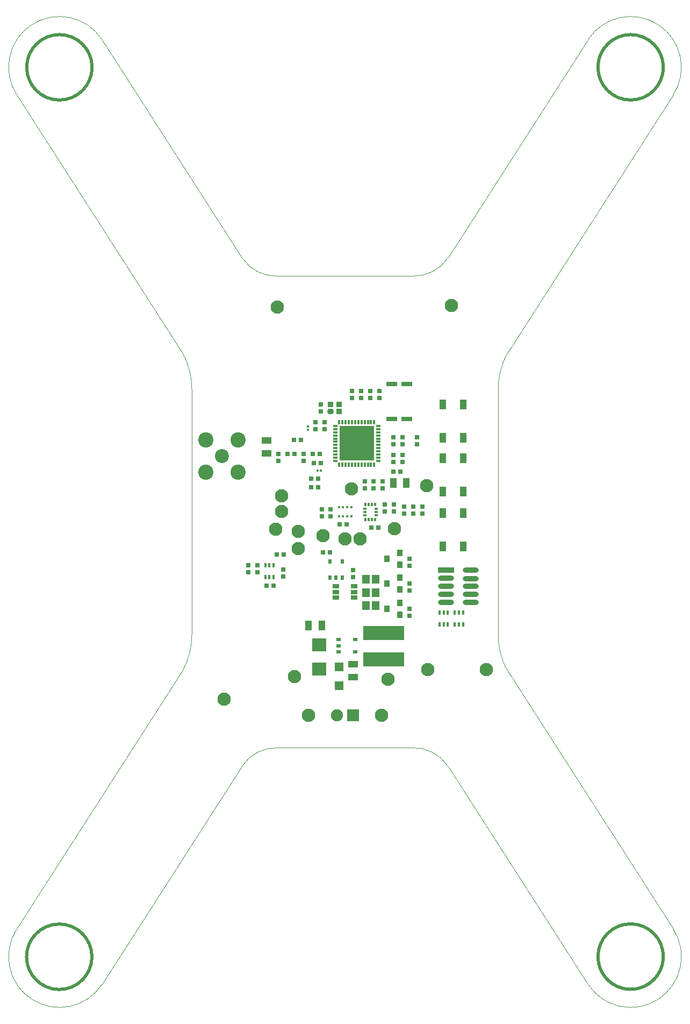
<source format=gts>
G04 Layer_Color=8388736*
%FSLAX44Y44*%
%MOMM*%
G71*
G01*
G75*
%ADD45C,0.1000*%
%ADD68C,0.5000*%
%ADD70C,2.1000*%
%ADD71R,1.1000X0.6500*%
%ADD72R,0.4000X0.7000*%
%ADD73R,5.4760X5.4760*%
%ADD74R,0.3760X0.7260*%
%ADD75R,0.7260X0.3760*%
%ADD76R,1.1000X1.6500*%
%ADD77R,0.8000X0.7000*%
%ADD78R,0.9500X0.8500*%
G04:AMPARAMS|DCode=79|XSize=0.95mm|YSize=0.85mm|CornerRadius=0.2375mm|HoleSize=0mm|Usage=FLASHONLY|Rotation=0.000|XOffset=0mm|YOffset=0mm|HoleType=Round|Shape=RoundedRectangle|*
%AMROUNDEDRECTD79*
21,1,0.9500,0.3750,0,0,0.0*
21,1,0.4750,0.8500,0,0,0.0*
1,1,0.4750,0.2375,-0.1875*
1,1,0.4750,-0.2375,-0.1875*
1,1,0.4750,-0.2375,0.1875*
1,1,0.4750,0.2375,0.1875*
%
%ADD79ROUNDEDRECTD79*%
%ADD80R,1.7000X0.8000*%
%ADD81R,0.9000X1.0000*%
%ADD82R,0.4500X0.4500*%
%ADD83R,0.3500X0.5750*%
%ADD84R,0.5750X0.3500*%
%ADD85R,0.8000X0.6000*%
%ADD86R,0.7000X0.8000*%
%ADD87R,1.2000X1.4000*%
%ADD88R,0.4000X0.3750*%
%ADD89R,0.3750X0.4000*%
%ADD90R,6.4000X2.2500*%
%ADD91O,2.5000X0.8500*%
%ADD92R,2.5000X0.8500*%
%ADD93R,2.2800X2.1000*%
%ADD94R,1.3200X1.3500*%
%ADD95R,1.1000X1.5500*%
%ADD96R,1.5500X1.1000*%
%ADD97R,0.6000X0.8000*%
%ADD98C,2.2000*%
%ADD99C,2.4000*%
%ADD100R,1.9000X1.9000*%
%ADD101C,1.9000*%
%ADD102C,0.1000*%
D45*
X1392802Y956591D02*
G03*
X1527199Y1043409I67198J43409D01*
G01*
X1172200Y1299700D02*
G03*
X1116479Y1328719I-53619J-34952D01*
G01*
X1251300Y1506700D02*
G03*
X1265402Y1450644I118419J-12D01*
G01*
X492801Y1043409D02*
G03*
X627198Y956591I67199J-43409D01*
G01*
X903521Y1328719D02*
G03*
X847800Y1299700I-2102J-63971D01*
G01*
X754598Y1450644D02*
G03*
X768700Y1506700I-104316J56045D01*
G01*
X1527199Y2356591D02*
G03*
X1392802Y2443409I-67199J43409D01*
G01*
X1116479Y2071281D02*
G03*
X1172200Y2100300I2102J63971D01*
G01*
X1265402Y1949357D02*
G03*
X1251300Y1893300I104316J-56045D01*
G01*
X768700D02*
G03*
X754598Y1949357I-118419J12D01*
G01*
X847800Y2100300D02*
G03*
X903521Y2071281I53619J34952D01*
G01*
X627198Y2443409D02*
G03*
X492801Y2356591I-67198J-43409D01*
G01*
X1251300Y1506700D02*
Y1893300D01*
X903521Y2071281D02*
X1116479D01*
X768700Y1506700D02*
Y1893300D01*
X903521Y1328719D02*
X1116479D01*
X1172222Y1299714D02*
X1392706Y956740D01*
X1265404Y1450645D02*
X1527199Y1043409D01*
X627294Y956740D02*
X847778Y1299714D01*
X492801Y1043409D02*
X754596Y1450645D01*
X1172222Y2100286D02*
X1392706Y2443260D01*
X1265404Y1949355D02*
X1527199Y2356591D01*
X492801D02*
X754596Y1949355D01*
X627294Y2443260D02*
X847778Y2100286D01*
D68*
X611500Y2400000D02*
G03*
X611500Y2400000I-51500J0D01*
G01*
X1511500D02*
G03*
X1511500Y2400000I-51500J0D01*
G01*
Y1000000D02*
G03*
X1511500Y1000000I-51500J0D01*
G01*
X611250Y999750D02*
G03*
X611250Y999750I-51500J0D01*
G01*
D70*
X935900Y1642500D02*
D03*
X910000Y1701000D02*
D03*
X900750Y1672500D02*
D03*
X936250Y1669500D02*
D03*
X910000Y1725500D02*
D03*
X1010000Y1658000D02*
D03*
X1033750Y1657500D02*
D03*
X1138250Y1741750D02*
D03*
X1088250Y1674000D02*
D03*
X1019750Y1736250D02*
D03*
X975000Y1662500D02*
D03*
X1078000Y1436750D02*
D03*
X1067500Y1379500D02*
D03*
X930750Y1440750D02*
D03*
X952500Y1379500D02*
D03*
X1140500Y1452000D02*
D03*
X1177200Y2024700D02*
D03*
X819250Y1405000D02*
D03*
X1233000Y1451700D02*
D03*
X903500Y2022750D02*
D03*
D71*
X995600Y1565700D02*
D03*
Y1574200D02*
D03*
Y1582700D02*
D03*
X1024600D02*
D03*
Y1574200D02*
D03*
Y1565700D02*
D03*
D72*
X1172000Y1541750D02*
D03*
X1165500D02*
D03*
X1172000Y1522750D02*
D03*
X1165500D02*
D03*
X1159000Y1541750D02*
D03*
Y1522750D02*
D03*
X1196000Y1541750D02*
D03*
X1189500D02*
D03*
X1196000Y1522750D02*
D03*
X1189500D02*
D03*
X1183000Y1541750D02*
D03*
Y1522750D02*
D03*
X897500Y1616500D02*
D03*
X891000D02*
D03*
X897500Y1597500D02*
D03*
X891000D02*
D03*
X884500Y1616500D02*
D03*
Y1597500D02*
D03*
D73*
X1028500Y1808000D02*
D03*
D74*
X1021000Y1774250D02*
D03*
X1041000Y1841750D02*
D03*
X1011000Y1774250D02*
D03*
X1006000D02*
D03*
X1001000Y1841750D02*
D03*
X1056000D02*
D03*
X1051000D02*
D03*
X1046000D02*
D03*
X1016000Y1774250D02*
D03*
X1031000Y1841750D02*
D03*
X1036000Y1774250D02*
D03*
X1026000Y1841750D02*
D03*
Y1774250D02*
D03*
X1036000Y1841750D02*
D03*
X1031000Y1774250D02*
D03*
X1016000Y1841750D02*
D03*
X1046000Y1774250D02*
D03*
X1051000D02*
D03*
X1056000D02*
D03*
X1001000D02*
D03*
X1006000Y1841750D02*
D03*
X1011000D02*
D03*
X1041000Y1774250D02*
D03*
X1021000Y1841750D02*
D03*
D75*
X994750Y1810500D02*
D03*
Y1815500D02*
D03*
Y1795500D02*
D03*
X1062250Y1790500D02*
D03*
X994750Y1785500D02*
D03*
Y1780500D02*
D03*
X1062250Y1835500D02*
D03*
Y1830500D02*
D03*
Y1825500D02*
D03*
Y1820500D02*
D03*
Y1800500D02*
D03*
Y1805500D02*
D03*
X994750D02*
D03*
Y1800500D02*
D03*
Y1820500D02*
D03*
Y1825500D02*
D03*
Y1830500D02*
D03*
Y1835500D02*
D03*
X1062250Y1780500D02*
D03*
Y1785500D02*
D03*
X994750Y1790500D02*
D03*
X1062250Y1795500D02*
D03*
Y1815500D02*
D03*
Y1810500D02*
D03*
D76*
X1196250Y1645750D02*
D03*
Y1698250D02*
D03*
X1164250D02*
D03*
Y1645750D02*
D03*
X1196250Y1816750D02*
D03*
Y1869250D02*
D03*
X1164250D02*
D03*
Y1816750D02*
D03*
X1196250Y1731750D02*
D03*
Y1784250D02*
D03*
X1164250D02*
D03*
Y1731750D02*
D03*
D77*
X871750Y1604750D02*
D03*
Y1615750D02*
D03*
X971750Y1858250D02*
D03*
Y1869250D02*
D03*
X857250Y1615750D02*
D03*
Y1604750D02*
D03*
X913000Y1609500D02*
D03*
Y1598500D02*
D03*
X1111500Y1547300D02*
D03*
Y1536300D02*
D03*
Y1626300D02*
D03*
Y1615300D02*
D03*
Y1587300D02*
D03*
Y1576300D02*
D03*
X1132000Y1708000D02*
D03*
Y1697000D02*
D03*
X1103500Y1708000D02*
D03*
Y1697000D02*
D03*
X1117750Y1708000D02*
D03*
Y1697000D02*
D03*
X1041000Y1748250D02*
D03*
Y1737250D02*
D03*
X977750Y1830000D02*
D03*
Y1841000D02*
D03*
X963500Y1830000D02*
D03*
Y1841000D02*
D03*
X1055000Y1737250D02*
D03*
Y1748250D02*
D03*
X1069250Y1737500D02*
D03*
Y1748500D02*
D03*
X1100750Y1778750D02*
D03*
Y1789750D02*
D03*
X1086250Y1778750D02*
D03*
Y1789750D02*
D03*
X1100750Y1818000D02*
D03*
Y1807000D02*
D03*
X1086500Y1818000D02*
D03*
Y1807000D02*
D03*
X904750Y1780500D02*
D03*
Y1791500D02*
D03*
X944750Y1791000D02*
D03*
Y1780000D02*
D03*
X973500Y1693500D02*
D03*
Y1704500D02*
D03*
X987500Y1693500D02*
D03*
Y1704500D02*
D03*
X1087000Y1711750D02*
D03*
Y1700750D02*
D03*
X1072500Y1711750D02*
D03*
Y1700750D02*
D03*
X1123250Y1807000D02*
D03*
Y1818000D02*
D03*
X1064000Y1890750D02*
D03*
Y1879750D02*
D03*
X1021250Y1890750D02*
D03*
Y1879750D02*
D03*
X1049750Y1890750D02*
D03*
Y1879750D02*
D03*
X1035500Y1890750D02*
D03*
Y1879750D02*
D03*
X1022300Y1608700D02*
D03*
Y1597700D02*
D03*
D78*
X986750Y1869000D02*
D03*
X1000250Y1858500D02*
D03*
Y1869000D02*
D03*
D79*
X986750Y1858500D02*
D03*
D80*
X1084000Y1846750D02*
D03*
X1107000Y1901750D02*
D03*
Y1846750D02*
D03*
X1084000Y1901750D02*
D03*
D81*
X1096250Y1556800D02*
D03*
Y1537800D02*
D03*
X1076250Y1547300D02*
D03*
X1096250Y1635800D02*
D03*
Y1616800D02*
D03*
X1076250Y1626300D02*
D03*
X1096250Y1596800D02*
D03*
Y1577800D02*
D03*
X1076250Y1587300D02*
D03*
D82*
X1019750Y1707250D02*
D03*
Y1692750D02*
D03*
X1000250Y1707250D02*
D03*
Y1692750D02*
D03*
X1013250Y1707250D02*
D03*
Y1692750D02*
D03*
X1006750Y1707250D02*
D03*
Y1692750D02*
D03*
D83*
X1057500Y1711625D02*
D03*
X1052500D02*
D03*
X1047500D02*
D03*
X1042500D02*
D03*
Y1688380D02*
D03*
X1047500D02*
D03*
X1052500D02*
D03*
X1057500D02*
D03*
D84*
X1040875Y1705000D02*
D03*
Y1695000D02*
D03*
Y1700000D02*
D03*
X1059130D02*
D03*
Y1695000D02*
D03*
Y1705000D02*
D03*
D85*
X1000000Y1499000D02*
D03*
Y1489500D02*
D03*
Y1480000D02*
D03*
X1026000Y1499000D02*
D03*
Y1480000D02*
D03*
D86*
X897250Y1584000D02*
D03*
X886250D02*
D03*
X902500Y1633000D02*
D03*
X913500D02*
D03*
X930252Y1791002D02*
D03*
X919252D02*
D03*
X940252Y1813502D02*
D03*
X929252D02*
D03*
X972000Y1776750D02*
D03*
X961000D02*
D03*
X967250Y1738500D02*
D03*
X956250D02*
D03*
X967250Y1752750D02*
D03*
X956250D02*
D03*
X1097250Y1763250D02*
D03*
X1086250D02*
D03*
X1001750Y1680250D02*
D03*
X1012750D02*
D03*
X1062300Y1675000D02*
D03*
X1051300D02*
D03*
X959002Y1791252D02*
D03*
X970002D02*
D03*
X975000Y1636700D02*
D03*
X986000D02*
D03*
D87*
X1042600Y1552700D02*
D03*
X1058600D02*
D03*
X1042600Y1593700D02*
D03*
X1058600D02*
D03*
X1042600Y1573200D02*
D03*
X1058600D02*
D03*
D88*
X951750Y1829625D02*
D03*
Y1834905D02*
D03*
D89*
X971875Y1764750D02*
D03*
X966595D02*
D03*
D90*
X1071000Y1468250D02*
D03*
Y1509750D02*
D03*
D91*
X1208250Y1608149D02*
D03*
X1169250Y1582750D02*
D03*
Y1595449D02*
D03*
X1208250Y1595149D02*
D03*
X1169250Y1570050D02*
D03*
Y1557351D02*
D03*
X1208250D02*
D03*
Y1570050D02*
D03*
Y1582750D02*
D03*
D92*
X1169250Y1608149D02*
D03*
D93*
X969000Y1490500D02*
D03*
Y1452500D02*
D03*
D94*
X1000500Y1426750D02*
D03*
X1000498Y1456250D02*
D03*
D95*
X1086000Y1745250D02*
D03*
X1106500D02*
D03*
X952750Y1521500D02*
D03*
X973250D02*
D03*
D96*
X886750Y1792250D02*
D03*
Y1812750D02*
D03*
X1023000Y1460750D02*
D03*
Y1440250D02*
D03*
D97*
X1005400Y1622300D02*
D03*
X986400D02*
D03*
X1005400Y1596300D02*
D03*
X995900D02*
D03*
X986400D02*
D03*
D98*
X816250Y1788250D02*
D03*
D99*
X790850Y1813650D02*
D03*
X841650Y1762850D02*
D03*
X790850D02*
D03*
X841650Y1813650D02*
D03*
D100*
X1022700Y1379500D02*
D03*
D101*
X997300D02*
D03*
D102*
X560000Y2400000D02*
D03*
X1460000D02*
D03*
X560000Y1000000D02*
D03*
X1460000D02*
D03*
M02*

</source>
